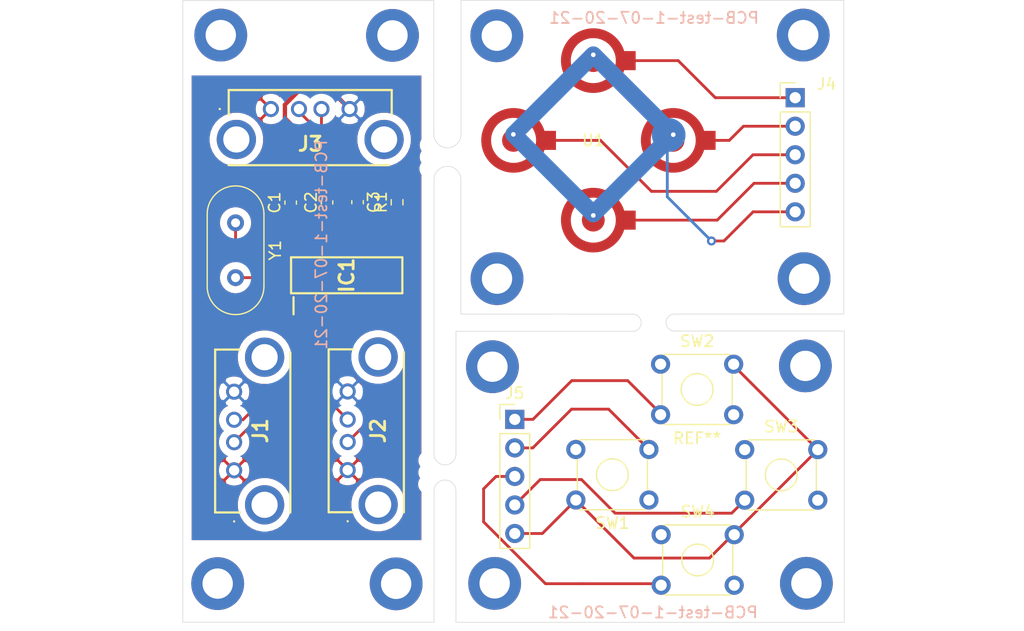
<source format=kicad_pcb>
(kicad_pcb (version 20221018) (generator pcbnew)
  (layers (0 "F.Cu" signal) (31 "B.Cu" signal) (34 "B.Paste" user) (35 "F.Paste" user) (36 "B.SilkS" user "B.Silkscreen") (37 "F.SilkS" user "F.Silkscreen") (38 "B.Mask" user) (39 "F.Mask" user) (44 "Edge.Cuts" user))
  (net 0 "")
  (net 1 "GND")
  (net 2 "/vd18")
  (net 3 "/vd33")
  (net 4 "+5V")
  (net 5 "Net-(IC1-Pad27)")
  (net 6 "Net-(IC1-Pad25)")
  (net 7 "Net-(IC1-Pad24)")
  (net 8 "Net-(IC1-Pad23)")
  (net 9 "Net-(IC1-Pad22)")
  (net 10 "Net-(IC1-Pad19)")
  (net 11 "Net-(IC1-Pad18)")
  (net 12 "Net-(IC1-Pad17)")
  (net 13 "Net-(IC1-Pad16)")
  (net 14 "Net-(IC1-Pad15)")
  (net 15 "Net-(IC1-Pad14)")
  (net 16 "Net-(IC1-Pad11)")
  (net 17 "Net-(IC1-Pad10)")
  (net 18 "Net-(IC1-Pad9)")
  (net 19 "Net-(IC1-Pad8)")
  (net 20 "Net-(IC1-Pad7)")
  (net 21 "Net-(IC1-Pad6)")
  (net 22 "Net-(IC1-Pad5)")
  (net 23 "Net-(IC1-Pad4)")
  (net 24 "Net-(IC1-Pad3)")
  (net 25 "Net-(IC1-Pad2)")
  (net 26 "Net-(J1-PadMH1)")
  (net 27 "Net-(J1-PadMH2)")
  (net 28 "Net-(J2-PadMH1)")
  (net 29 "Net-(J2-PadMH2)")
  (net 30 "Net-(J3-PadMH1)")
  (net 31 "Net-(J3-PadMH2)")
  (net 32 "Net-(J4-Pad5)")
  (net 33 "Net-(J4-Pad4)")
  (net 34 "Net-(J4-Pad3)")
  (net 35 "Net-(J4-Pad2)")
  (net 36 "Net-(J4-Pad1)")
  (net 37 "Net-(J5-Pad5)")
  (net 38 "Net-(J5-Pad4)")
  (net 39 "Net-(J5-Pad3)")
  (net 40 "Net-(J5-Pad2)")
  (net 41 "Net-(J5-Pad1)")
  (net 42 "Net-(SW1-Pad1)")
  (net 43 "Net-(SW1-Pad4)")
  (net 44 "Net-(SW2-Pad4)")
  (net 45 "Net-(SW2-Pad1)")
  (net 46 "Net-(SW3-Pad1)")
  (net 47 "Net-(SW3-Pad4)")
  (net 48 "Net-(SW4-Pad4)")
  (net 49 "Net-(SW4-Pad1)")
  (footprint "Capacitor_SMD:C_0603_1608Metric" (layer "F.Cu") (at 137.7188 94.21084 90)
    (fp_text reference "C1" (at 0 -1.43 90) (layer "F.SilkS"))
    (fp_text value "C")
    (fp_line (start -0.14058 -0.51) (end 0.14058 -0.51) (stroke (width 0.12)) (layer "F.SilkS"))
    (fp_line (start -0.14058 0.51) (end 0.14058 0.51) (stroke (width 0.12)) (layer "F.SilkS"))
    (pad "1" smd roundrect (at -0.775 0 90) (size 0.9 0.95) (layers "F.Cu" "F.Paste" "F.Mask") (net 2 "/vd18"))
    (pad "2" smd roundrect (at 0.775 0 90) (size 0.9 0.95) (layers "F.Cu" "F.Paste" "F.Mask") (net 1 "GND"))
  )
  (footprint "Capacitor_SMD:C_0603_1608Metric" (layer "F.Cu") (at 140.95476 94.1956 90)
    (fp_text reference "C2" (at 0 -1.43 90) (layer "F.SilkS"))
    (fp_text value "C")
    (fp_line (start -0.14058 -0.51) (end 0.14058 -0.51) (stroke (width 0.12)) (layer "F.SilkS"))
    (fp_line (start -0.14058 0.51) (end 0.14058 0.51) (stroke (width 0.12)) (layer "F.SilkS"))
    (pad "1" smd roundrect (at -0.775 0 90) (size 0.9 0.95) (layers "F.Cu" "F.Paste" "F.Mask") (net 3 "/vd33"))
    (pad "2" smd roundrect (at 0.775 0 90) (size 0.9 0.95) (layers "F.Cu" "F.Paste" "F.Mask") (net 1 "GND"))
  )
  (footprint "Capacitor_SMD:C_0603_1608Metric" (layer "F.Cu") (at 143.66748 94.17304 -90)
    (fp_text reference "C3" (at 0 -1.43 90) (layer "F.SilkS"))
    (fp_text value "C")
    (fp_line (start -0.14058 -0.51) (end 0.14058 -0.51) (stroke (width 0.12)) (layer "F.SilkS"))
    (fp_line (start -0.14058 0.51) (end 0.14058 0.51) (stroke (width 0.12)) (layer "F.SilkS"))
    (pad "1" smd roundrect (at -0.775 0 270) (size 0.9 0.95) (layers "F.Cu" "F.Paste" "F.Mask") (net 4 "+5V"))
    (pad "2" smd roundrect (at 0.775 0 270) (size 0.9 0.95) (layers "F.Cu" "F.Paste" "F.Mask") (net 1 "GND"))
  )
  (footprint "FE1.1S:SOP64P600X175-28N" (layer "F.Cu") (at 142.70228 100.68052 90)
    (fp_text reference "IC1" (at 0 0 90) (layer "F.SilkS") (effects (font (size 1.27 1.27) (thickness 0.254))))
    (fp_text value "FE1.1S" hide)
    (fp_line (start -3.475 -4.73) (end -1.95 -4.73) (stroke (width 0.2)) (layer "F.SilkS"))
    (fp_line (start -1.6 -4.95) (end 1.6 -4.95) (stroke (width 0.2)) (layer "F.SilkS"))
    (fp_line (start -1.6 4.95) (end -1.6 -4.95) (stroke (width 0.2)) (layer "F.SilkS"))
    (fp_line (start 1.6 -4.95) (end 1.6 4.95) (stroke (width 0.2)) (layer "F.SilkS"))
    (fp_line (start 1.6 4.95) (end -1.6 4.95) (stroke (width 0.2)) (layer "F.SilkS"))
    (pad "1" smd rect (at -2.712 -4.16 180) (size 0.44 1.525) (layers "F.Cu" "F.Paste" "F.Mask") (net 1 "GND"))
    (pad "2" smd rect (at -2.712 -3.52 180) (size 0.44 1.525) (layers "F.Cu" "F.Paste" "F.Mask") (net 25 "Net-(IC1-Pad2)"))
    (pad "3" smd rect (at -2.712 -2.88 180) (size 0.44 1.525) (layers "F.Cu" "F.Paste" "F.Mask") (net 24 "Net-(IC1-Pad3)"))
    (pad "4" smd rect (at -2.712 -2.24 180) (size 0.44 1.525) (layers "F.Cu" "F.Paste" "F.Mask") (net 23 "Net-(IC1-Pad4)"))
    (pad "5" smd rect (at -2.712 -1.6 180) (size 0.44 1.525) (layers "F.Cu" "F.Paste" "F.Mask") (net 22 "Net-(IC1-Pad5)"))
    (pad "6" smd rect (at -2.712 -0.96 180) (size 0.44 1.525) (layers "F.Cu" "F.Paste" "F.Mask") (net 21 "Net-(IC1-Pad6)"))
    (pad "7" smd rect (at -2.712 -0.32 180) (size 0.44 1.525) (layers "F.Cu" "F.Paste" "F.Mask") (net 20 "Net-(IC1-Pad7)"))
    (pad "8" smd rect (at -2.712 0.32 180) (size 0.44 1.525) (layers "F.Cu" "F.Paste" "F.Mask") (net 19 "Net-(IC1-Pad8)"))
    (pad "9" smd rect (at -2.712 0.96 180) (size 0.44 1.525) (layers "F.Cu" "F.Paste" "F.Mask") (net 18 "Net-(IC1-Pad9)"))
    (pad "10" smd rect (at -2.712 1.6 180) (size 0.44 1.525) (layers "F.Cu" "F.Paste" "F.Mask") (net 17 "Net-(IC1-Pad10)"))
    (pad "11" smd rect (at -2.712 2.24 180) (size 0.44 1.525) (layers "F.Cu" "F.Paste" "F.Mask") (net 16 "Net-(IC1-Pad11)"))
    (pad "12" smd rect (at -2.712 2.88 180) (size 0.44 1.525) (layers "F.Cu" "F.Paste" "F.Mask") (net 2 "/vd18"))
    (pad "13" smd rect (at -2.712 3.52 180) (size 0.44 1.525) (layers "F.Cu" "F.Paste" "F.Mask") (net 3 "/vd33"))
    (pad "14" smd rect (at -2.712 4.16 180) (size 0.44 1.525) (layers "F.Cu" "F.Paste" "F.Mask") (net 15 "Net-(IC1-Pad14)"))
    (pad "15" smd rect (at 2.712 4.16 180) (size 0.44 1.525) (layers "F.Cu" "F.Paste" "F.Mask") (net 14 "Net-(IC1-Pad15)"))
    (pad "16" smd rect (at 2.712 3.52 180) (size 0.44 1.525) (layers "F.Cu" "F.Paste" "F.Mask") (net 13 "Net-(IC1-Pad16)"))
    (pad "17" smd rect (at 2.712 2.88 180) (size 0.44 1.525) (layers "F.Cu" "F.Paste" "F.Mask") (net 12 "Net-(IC1-Pad17)"))
    (pad "18" smd rect (at 2.712 2.24 180) (size 0.44 1.525) (layers "F.Cu" "F.Paste" "F.Mask") (net 11 "Net-(IC1-Pad18)"))
    (pad "19" smd rect (at 2.712 1.6 180) (size 0.44 1.525) (layers "F.Cu" "F.Paste" "F.Mask") (net 10 "Net-(IC1-Pad19)"))
    (pad "20" smd rect (at 2.712 0.96 180) (size 0.44 1.525) (layers "F.Cu" "F.Paste" "F.Mask") (net 4 "+5V"))
    (pad "21" smd rect (at 2.712 0.32 180) (size 0.44 1.525) (layers "F.Cu" "F.Paste" "F.Mask") (net 3 "/vd33"))
    (pad "22" smd rect (at 2.712 -0.32 180) (size 0.44 1.525) (layers "F.Cu" "F.Paste" "F.Mask") (net 9 "Net-(IC1-Pad22)"))
    (pad "23" smd rect (at 2.712 -0.96 180) (size 0.44 1.525) (layers "F.Cu" "F.Paste" "F.Mask") (net 8 "Net-(IC1-Pad23)"))
    (pad "24" smd rect (at 2.712 -1.6 180) (size 0.44 1.525) (layers "F.Cu" "F.Paste" "F.Mask") (net 7 "Net-(IC1-Pad24)"))
    (pad "25" smd rect (at 2.712 -2.24 180) (size 0.44 1.525) (layers "F.Cu" "F.Paste" "F.Mask") (net 6 "Net-(IC1-Pad25)"))
    (pad "26" smd rect (at 2.712 -2.88 180) (size 0.44 1.525) (layers "F.Cu" "F.Paste" "F.Mask") (net 3 "/vd33"))
    (pad "27" smd rect (at 2.712 -3.52 180) (size 0.44 1.525) (layers "F.Cu" "F.Paste" "F.Mask") (net 5 "Net-(IC1-Pad27)"))
    (pad "28" smd rect (at 2.712 -4.16 180) (size 0.44 1.525) (layers "F.Cu" "F.Paste" "F.Mask") (net 2 "/vd18"))
  )
  (footprint "CU01SAV1S00:CU01SAV1S00" (layer "F.Cu") (at 132.6896 118.04396 90)
    (fp_text reference "J1" (at 3.52044 2.3368 90) (layer "F.SilkS") (effects (font (size 1.27 1.27) (thickness 0.254))))
    (fp_text value "CU01SAV1S00" hide)
    (fp_line (start -4.6 0) (end -4.6 0) (stroke (width 0.1)) (layer "F.SilkS"))
    (fp_line (start -4.5 0) (end -4.5 0) (stroke (width 0.1)) (layer "F.SilkS"))
    (fp_line (start -3.75 -1.69) (end -3.75 -1.69) (stroke (width 0.2)) (layer "F.SilkS"))
    (fp_line (start -3.75 -1.69) (end 10.75 -1.69) (stroke (width 0.2)) (layer "F.SilkS"))
    (fp_line (start -3.75 0.5) (end -3.75 -1.69) (stroke (width 0.2)) (layer "F.SilkS"))
    (fp_line (start -3.75 0.5) (end -3.75 0.5) (stroke (width 0.2)) (layer "F.SilkS"))
    (fp_line (start -3.75 0.5) (end -3.75 0.5) (stroke (width 0.2)) (layer "F.SilkS"))
    (fp_line (start -3.75 5) (end 10.5 5) (stroke (width 0.2)) (layer "F.SilkS"))
    (fp_line (start 10.75 -1.69) (end 10.75 0.5) (stroke (width 0.2)) (layer "F.SilkS"))
    (fp_arc (start -4.6 0) (mid -4.55 -0.05) (end -4.5 0) (stroke (width 0.1)) (layer "F.SilkS"))
    (fp_arc (start -4.5 0) (mid -4.55 0.05) (end -4.6 0) (stroke (width 0.1)) (layer "F.SilkS"))
    (pad "1" thru_hole circle (at 0 0 90) (size 1.431 1.431) (drill 0.92) (layers "*.Cu" "*.Mask") (net 1 "GND"))
    (pad "2" thru_hole circle (at 2.5 0 90) (size 1.431 1.431) (drill 0.92) (layers "*.Cu" "*.Mask") (net 22 "Net-(IC1-Pad5)"))
    (pad "3" thru_hole circle (at 4.5 0 90) (size 1.431 1.431) (drill 0.92) (layers "*.Cu" "*.Mask") (net 23 "Net-(IC1-Pad4)"))
    (pad "4" thru_hole circle (at 7 0 90) (size 1.431 1.431) (drill 0.92) (layers "*.Cu" "*.Mask") (net 4 "+5V"))
    (pad "MH1" thru_hole circle (at -3.07 2.71 90) (size 3.495 3.495) (drill 2.33) (layers "*.Cu" "*.Mask") (net 26 "Net-(J1-PadMH1)"))
    (pad "MH2" thru_hole circle (at 10.07 2.71 90) (size 3.495 3.495) (drill 2.33) (layers "*.Cu" "*.Mask") (net 27 "Net-(J1-PadMH2)"))
  )
  (footprint "CU01SAV1S00:CU01SAV1S00" (layer "F.Cu") (at 142.78864 118.02276 90)
    (fp_text reference "J2" (at 3.49924 2.70764 90) (layer "F.SilkS") (effects (font (size 1.27 1.27) (thickness 0.254))))
    (fp_text value "CU01SAV1S00" hide)
    (fp_line (start -4.6 0) (end -4.6 0) (stroke (width 0.1)) (layer "F.SilkS"))
    (fp_line (start -4.5 0) (end -4.5 0) (stroke (width 0.1)) (layer "F.SilkS"))
    (fp_line (start -3.75 -1.69) (end -3.75 -1.69) (stroke (width 0.2)) (layer "F.SilkS"))
    (fp_line (start -3.75 -1.69) (end 10.75 -1.69) (stroke (width 0.2)) (layer "F.SilkS"))
    (fp_line (start -3.75 0.5) (end -3.75 -1.69) (stroke (width 0.2)) (layer "F.SilkS"))
    (fp_line (start -3.75 0.5) (end -3.75 0.5) (stroke (width 0.2)) (layer "F.SilkS"))
    (fp_line (start -3.75 0.5) (end -3.75 0.5) (stroke (width 0.2)) (layer "F.SilkS"))
    (fp_line (start -3.75 5) (end 10.5 5) (stroke (width 0.2)) (layer "F.SilkS"))
    (fp_line (start 10.75 -1.69) (end 10.75 0.5) (stroke (width 0.2)) (layer "F.SilkS"))
    (fp_arc (start -4.6 0) (mid -4.55 -0.05) (end -4.5 0) (stroke (width 0.1)) (layer "F.SilkS"))
    (fp_arc (start -4.5 0) (mid -4.55 0.05) (end -4.6 0) (stroke (width 0.1)) (layer "F.SilkS"))
    (pad "1" thru_hole circle (at 0 0 90) (size 1.431 1.431) (drill 0.92) (layers "*.Cu" "*.Mask") (net 1 "GND"))
    (pad "2" thru_hole circle (at 2.5 0 90) (size 1.431 1.431) (drill 0.92) (layers "*.Cu" "*.Mask") (net 18 "Net-(IC1-Pad9)"))
    (pad "3" thru_hole circle (at 4.5 0 90) (size 1.431 1.431) (drill 0.92) (layers "*.Cu" "*.Mask") (net 19 "Net-(IC1-Pad8)"))
    (pad "4" thru_hole circle (at 7 0 90) (size 1.431 1.431) (drill 0.92) (layers "*.Cu" "*.Mask") (net 4 "+5V"))
    (pad "MH1" thru_hole circle (at -3.07 2.71 90) (size 3.495 3.495) (drill 2.33) (layers "*.Cu" "*.Mask") (net 28 "Net-(J2-PadMH1)"))
    (pad "MH2" thru_hole circle (at 10.07 2.71 90) (size 3.495 3.495) (drill 2.33) (layers "*.Cu" "*.Mask") (net 29 "Net-(J2-PadMH2)"))
  )
  (footprint "CU01SAV1S00:CU01SAV1S00" (layer "F.Cu") (at 135.95772 85.88012)
    (fp_text reference "J3" (at 3.51368 3.11132) (layer "F.SilkS") (effects (font (size 1.27 1.27) (thickness 0.254))))
    (fp_text value "CU01SAV1S00" hide)
    (fp_line (start -4.6 0) (end -4.6 0) (stroke (width 0.1)) (layer "F.SilkS"))
    (fp_line (start -4.5 0) (end -4.5 0) (stroke (width 0.1)) (layer "F.SilkS"))
    (fp_line (start -3.75 -1.69) (end -3.75 -1.69) (stroke (width 0.2)) (layer "F.SilkS"))
    (fp_line (start -3.75 -1.69) (end 10.75 -1.69) (stroke (width 0.2)) (layer "F.SilkS"))
    (fp_line (start -3.75 0.5) (end -3.75 -1.69) (stroke (width 0.2)) (layer "F.SilkS"))
    (fp_line (start -3.75 0.5) (end -3.75 0.5) (stroke (width 0.2)) (layer "F.SilkS"))
    (fp_line (start -3.75 0.5) (end -3.75 0.5) (stroke (width 0.2)) (layer "F.SilkS"))
    (fp_line (start -3.75 5) (end 10.5 5) (stroke (width 0.2)) (layer "F.SilkS"))
    (fp_line (start 10.75 -1.69) (end 10.75 0.5) (stroke (width 0.2)) (layer "F.SilkS"))
    (fp_arc (start -4.6 0) (mid -4.55 -0.05) (end -4.5 0) (stroke (width 0.1)) (layer "F.SilkS"))
    (fp_arc (start -4.5 0) (mid -4.55 0.05) (end -4.6 0) (stroke (width 0.1)) (layer "F.SilkS"))
    (pad "1" thru_hole circle (at 0 0) (size 1.431 1.431) (drill 0.92) (layers "*.Cu" "*.Mask") (net 1 "GND"))
    (pad "2" thru_hole circle (at 2.5 0) (size 1.431 1.431) (drill 0.92) (layers "*.Cu" "*.Mask") (net 13 "Net-(IC1-Pad16)"))
    (pad "3" thru_hole circle (at 4.5 0) (size 1.431 1.431) (drill 0.92) (layers "*.Cu" "*.Mask") (net 14 "Net-(IC1-Pad15)"))
    (pad "4" thru_hole circle (at 7 0) (size 1.431 1.431) (drill 0.92) (layers "*.Cu" "*.Mask") (net 4 "+5V"))
    (pad "MH1" thru_hole circle (at -3.07 2.71) (size 3.495 3.495) (drill 2.33) (layers "*.Cu" "*.Mask") (net 30 "Net-(J3-PadMH1)"))
    (pad "MH2" thru_hole circle (at 10.07 2.71) (size 3.495 3.495) (drill 2.33) (layers "*.Cu" "*.Mask") (net 31 "Net-(J3-PadMH2)"))
  )
  (footprint "Resistor_SMD:R_0603_1608Metric" (layer "F.Cu") (at 147.18284 94.18116 90)
    (fp_text reference "R1" (at 0 -1.43 90) (layer "F.SilkS"))
    (fp_text value "R_US")
    (fp_line (start -0.237258 -0.5225) (end 0.237258 -0.5225) (stroke (width 0.12)) (layer "F.SilkS"))
    (fp_line (start -0.237258 0.5225) (end 0.237258 0.5225) (stroke (width 0.12)) (layer "F.SilkS"))
    (pad "1" smd roundrect (at -0.825 0 90) (size 0.8 0.95) (layers "F.Cu" "F.Paste" "F.Mask") (net 15 "Net-(IC1-Pad14)"))
    (pad "2" smd roundrect (at 0.825 0 90) (size 0.8 0.95) (layers "F.Cu" "F.Paste" "F.Mask") (net 1 "GND"))
  )
  (footprint "Crystal:Crystal_HC49-4H_Vertical" (layer "F.Cu") (at 132.8166 96.012 -90)
    (fp_text reference "Y1" (at 2.44 -3.525 90) (layer "F.SilkS"))
    (fp_text value "Crystal")
    (fp_line (start -0.76 -2.525) (end 5.64 -2.525) (stroke (width 0.12)) (layer "F.SilkS"))
    (fp_line (start -0.76 2.525) (end 5.64 2.525) (stroke (width 0.12)) (layer "F.SilkS"))
    (fp_arc (start -0.76 2.525) (mid -3.285 0) (end -0.76 -2.525) (stroke (width 0.12)) (layer "F.SilkS"))
    (fp_arc (start 5.64 -2.525) (mid 8.165 0) (end 5.64 2.525) (stroke (width 0.12)) (layer "F.SilkS"))
    (pad "1" thru_hole circle (at 0 0 270) (size 1.5 1.5) (drill 0.8) (layers "*.Cu" "*.Mask") (net 24 "Net-(IC1-Pad3)"))
    (pad "2" thru_hole circle (at 4.88 0 270) (size 1.5 1.5) (drill 0.8) (layers "*.Cu" "*.Mask") (net 25 "Net-(IC1-Pad2)"))
  )
  (footprint "Connector_PinHeader_2.54mm:PinHeader_1x05_P2.54mm_Vertical" (layer "F.Cu") (at 182.59552 84.87156)
    (fp_text reference "J4" (at 2.79908 -1.21412) (layer "F.SilkS"))
    (fp_text value "Conn_01x05")
    (fp_line (start -1.33 -1.33) (end 0 -1.33) (stroke (width 0.12)) (layer "F.SilkS"))
    (fp_line (start -1.33 0) (end -1.33 -1.33) (stroke (width 0.12)) (layer "F.SilkS"))
    (fp_line (start -1.33 1.27) (end -1.33 11.49) (stroke (width 0.12)) (layer "F.SilkS"))
    (fp_line (start -1.33 1.27) (end 1.33 1.27) (stroke (width 0.12)) (layer "F.SilkS"))
    (fp_line (start -1.33 11.49) (end 1.33 11.49) (stroke (width 0.12)) (layer "F.SilkS"))
    (fp_line (start 1.33 1.27) (end 1.33 11.49) (stroke (width 0.12)) (layer "F.SilkS"))
    (pad "1" thru_hole rect (at 0 0) (size 1.7 1.7) (drill 1) (layers "*.Cu" "*.Mask") (net 36 "Net-(J4-Pad1)"))
    (pad "2" thru_hole oval (at 0 2.54) (size 1.7 1.7) (drill 1) (layers "*.Cu" "*.Mask") (net 35 "Net-(J4-Pad2)"))
    (pad "3" thru_hole oval (at 0 5.08) (size 1.7 1.7) (drill 1) (layers "*.Cu" "*.Mask") (net 34 "Net-(J4-Pad3)"))
    (pad "4" thru_hole oval (at 0 7.62) (size 1.7 1.7) (drill 1) (layers "*.Cu" "*.Mask") (net 33 "Net-(J4-Pad4)"))
    (pad "5" thru_hole oval (at 0 10.16) (size 1.7 1.7) (drill 1) (layers "*.Cu" "*.Mask") (net 32 "Net-(J4-Pad5)"))
  )
  (footprint "Connector_PinHeader_2.54mm:PinHeader_1x05_P2.54mm_Vertical" (layer "F.Cu") (at 157.65272 113.50752)
    (fp_text reference "J5" (at 0 -2.33) (layer "F.SilkS"))
    (fp_text value "Conn_01x05")
    (fp_line (start -1.33 -1.33) (end 0 -1.33) (stroke (width 0.12)) (layer "F.SilkS"))
    (fp_line (start -1.33 0) (end -1.33 -1.33) (stroke (width 0.12)) (layer "F.SilkS"))
    (fp_line (start -1.33 1.27) (end -1.33 11.49) (stroke (width 0.12)) (layer "F.SilkS"))
    (fp_line (start -1.33 1.27) (end 1.33 1.27) (stroke (width 0.12)) (layer "F.SilkS"))
    (fp_line (start -1.33 11.49) (end 1.33 11.49) (stroke (width 0.12)) (layer "F.SilkS"))
    (fp_line (start 1.33 1.27) (end 1.33 11.49) (stroke (width 0.12)) (layer "F.SilkS"))
    (pad "1" thru_hole rect (at 0 0) (size 1.7 1.7) (drill 1) (layers "*.Cu" "*.Mask") (net 41 "Net-(J5-Pad1)"))
    (pad "2" thru_hole oval (at 0 2.54) (size 1.7 1.7) (drill 1) (layers "*.Cu" "*.Mask") (net 40 "Net-(J5-Pad2)"))
    (pad "3" thru_hole oval (at 0 5.08) (size 1.7 1.7) (drill 1) (layers "*.Cu" "*.Mask") (net 39 "Net-(J5-Pad3)"))
    (pad "4" thru_hole oval (at 0 7.62) (size 1.7 1.7) (drill 1) (layers "*.Cu" "*.Mask") (net 38 "Net-(J5-Pad4)"))
    (pad "5" thru_hole oval (at 0 10.16) (size 1.7 1.7) (drill 1) (layers "*.Cu" "*.Mask") (net 37 "Net-(J5-Pad5)"))
  )
  (footprint "Button_Switch_THT:SW_TH_Tactile_Omron_B3F-10xx" (layer "F.Cu") (at 169.58564 120.68556 180)
    (fp_text reference "SW1" (at 3.25 -2.05) (layer "F.SilkS"))
    (fp_text value "SW_MEC_5G")
    (fp_line (start 0.13 3.59) (end 0.13 0.91) (stroke (width 0.12)) (layer "F.SilkS"))
    (fp_line (start 0.28 -0.87) (end 6.22 -0.87) (stroke (width 0.12)) (layer "F.SilkS"))
    (fp_line (start 0.28 5.37) (end 6.22 5.37) (stroke (width 0.12)) (layer "F.SilkS"))
    (fp_line (start 6.37 0.91) (end 6.37 3.59) (stroke (width 0.12)) (layer "F.SilkS"))
    (fp_circle (center 3.25 2.25) (end 4.25 3.25) (stroke (width 0.12)) (fill none) (layer "F.SilkS"))
    (pad "1" thru_hole circle (at 0 0 180) (size 1.7 1.7) (drill 1) (layers "*.Cu" "*.Mask") (net 42 "Net-(SW1-Pad1)"))
    (pad "2" thru_hole circle (at 6.5 0 180) (size 1.7 1.7) (drill 1) (layers "*.Cu" "*.Mask") (net 37 "Net-(J5-Pad5)"))
    (pad "3" thru_hole circle (at 0 4.5 180) (size 1.7 1.7) (drill 1) (layers "*.Cu" "*.Mask") (net 40 "Net-(J5-Pad2)"))
    (pad "4" thru_hole circle (at 6.5 4.5 180) (size 1.7 1.7) (drill 1) (layers "*.Cu" "*.Mask") (net 43 "Net-(SW1-Pad4)"))
  )
  (footprint "Button_Switch_THT:SW_TH_Tactile_Omron_B3F-10xx" (layer "F.Cu") (at 170.62196 108.59516)
    (fp_text reference "SW2" (at 3.25 -2.05) (layer "F.SilkS"))
    (fp_text value "SW_MEC_5G")
    (fp_line (start 0.13 3.59) (end 0.13 0.91) (stroke (width 0.12)) (layer "F.SilkS"))
    (fp_line (start 0.28 -0.87) (end 6.22 -0.87) (stroke (width 0.12)) (layer "F.SilkS"))
    (fp_line (start 0.28 5.37) (end 6.22 5.37) (stroke (width 0.12)) (layer "F.SilkS"))
    (fp_line (start 6.37 0.91) (end 6.37 3.59) (stroke (width 0.12)) (layer "F.SilkS"))
    (fp_circle (center 3.25 2.25) (end 4.25 3.25) (stroke (width 0.12)) (fill none) (layer "F.SilkS"))
    (pad "1" thru_hole circle (at 0 0) (size 1.7 1.7) (drill 1) (layers "*.Cu" "*.Mask") (net 45 "Net-(SW2-Pad1)"))
    (pad "2" thru_hole circle (at 6.5 0) (size 1.7 1.7) (drill 1) (layers "*.Cu" "*.Mask") (net 37 "Net-(J5-Pad5)"))
    (pad "3" thru_hole circle (at 0 4.5) (size 1.7 1.7) (drill 1) (layers "*.Cu" "*.Mask") (net 41 "Net-(J5-Pad1)"))
    (pad "4" thru_hole circle (at 6.5 4.5) (size 1.7 1.7) (drill 1) (layers "*.Cu" "*.Mask") (net 44 "Net-(SW2-Pad4)"))
  )
  (footprint "Button_Switch_THT:SW_TH_Tactile_Omron_B3F-10xx" (layer "F.Cu") (at 178.1048 116.19992)
    (fp_text reference "SW3" (at 3.25 -2.05) (layer "F.SilkS"))
    (fp_text value "SW_MEC_5G")
    (fp_line (start 0.13 3.59) (end 0.13 0.91) (stroke (width 0.12)) (layer "F.SilkS"))
    (fp_line (start 0.28 -0.87) (end 6.22 -0.87) (stroke (width 0.12)) (layer "F.SilkS"))
    (fp_line (start 0.28 5.37) (end 6.22 5.37) (stroke (width 0.12)) (layer "F.SilkS"))
    (fp_line (start 6.37 0.91) (end 6.37 3.59) (stroke (width 0.12)) (layer "F.SilkS"))
    (fp_circle (center 3.25 2.25) (end 4.25 3.25) (stroke (width 0.12)) (fill none) (layer "F.SilkS"))
    (pad "1" thru_hole circle (at 0 0) (size 1.7 1.7) (drill 1) (layers "*.Cu" "*.Mask") (net 46 "Net-(SW3-Pad1)"))
    (pad "2" thru_hole circle (at 6.5 0) (size 1.7 1.7) (drill 1) (layers "*.Cu" "*.Mask") (net 37 "Net-(J5-Pad5)"))
    (pad "3" thru_hole circle (at 0 4.5) (size 1.7 1.7) (drill 1) (layers "*.Cu" "*.Mask") (net 38 "Net-(J5-Pad4)"))
    (pad "4" thru_hole circle (at 6.5 4.5) (size 1.7 1.7) (drill 1) (layers "*.Cu" "*.Mask") (net 47 "Net-(SW3-Pad4)"))
  )
  (footprint "Button_Switch_THT:SW_TH_Tactile_Omron_B3F-10xx" (layer "F.Cu") (at 170.67276 123.7742)
    (fp_text reference "SW4" (at 3.25 -2.05) (layer "F.SilkS"))
    (fp_text value "SW_MEC_5G")
    (fp_line (start 0.13 3.59) (end 0.13 0.91) (stroke (width 0.12)) (layer "F.SilkS"))
    (fp_line (start 0.28 -0.87) (end 6.22 -0.87) (stroke (width 0.12)) (layer "F.SilkS"))
    (fp_line (start 0.28 5.37) (end 6.22 5.37) (stroke (width 0.12)) (layer "F.SilkS"))
    (fp_line (start 6.37 0.91) (end 6.37 3.59) (stroke (width 0.12)) (layer "F.SilkS"))
    (fp_circle (center 3.25 2.25) (end 4.25 3.25) (stroke (width 0.12)) (fill none) (layer "F.SilkS"))
    (pad "1" thru_hole circle (at 0 0) (size 1.7 1.7) (drill 1) (layers "*.Cu" "*.Mask") (net 49 "Net-(SW4-Pad1)"))
    (pad "2" thru_hole circle (at 6.5 0) (size 1.7 1.7) (drill 1) (layers "*.Cu" "*.Mask") (net 37 "Net-(J5-Pad5)"))
    (pad "3" thru_hole circle (at 0 4.5) (size 1.7 1.7) (drill 1) (layers "*.Cu" "*.Mask") (net 39 "Net-(J5-Pad3)"))
    (pad "4" thru_hole circle (at 6.5 4.5) (size 1.7 1.7) (drill 1) (layers "*.Cu" "*.Mask") (net 48 "Net-(SW4-Pad4)"))
  )
  (footprint "dpad:3ds_dpad_cross" (layer "F.Cu") (at 164.63772 88.6714)
    (fp_text reference "U1" (at 0 0) (layer "F.SilkS"))
    (fp_text value "dpad-cross-trace")
    (pad "" thru_hole circle (at -7.112 -0.5334) (size 0.41 0.41) (drill 0.41) (layers "*.Cu") (net 32 "Net-(J4-Pad5)"))
    (pad "" thru_hole circle (at 0 -7.62) (size 0.41 0.41) (drill 0.41) (layers "*.Cu") (net 32 "Net-(J4-Pad5)"))
    (pad "" thru_hole circle (at 0 6.6802) (size 0.41 0.41) (drill 0.41) (layers "*.Cu") (net 32 "Net-(J4-Pad5)"))
    (pad "" smd custom (at 6.7056 -0.4826) (size 3 3) (layers "B.Cu") (net 32 "Net-(J4-Pad5)") (options (clearance outline) (anchor circle)) (primitives (gr_line (start -6.7056 7.0358) (end 0.0762 0.254) (width 1.5)) (gr_line (start -6.7056 -7.1374) (end -13.7922 -0.0508) (width 1.5)) (gr_line (start -6.7056 -7.1374) (end 0.0762 -0.3556) (width 1.5)) (gr_line (start -13.7922 -0.0508) (end -6.7056 7.0358) (width 1.5))))
    (pad "" thru_hole circle (at 7.112 -0.508) (size 0.41 0.41) (drill 0.41) (layers "*.Cu") (net 32 "Net-(J4-Pad5)"))
    (pad "1" smd custom (at 2.921 -7.1) (size 1.7 1.7) (layers "F.Cu") (net 36 "Net-(J4-Pad1)") (options (clearance outline) (anchor rect)) (primitives (gr_circle (center -2.921 0) (end -0.481 0) (width 0.88) (fill none))))
    (pad "2" smd custom (at 10.03 0) (size 1.7 1.7) (layers "F.Cu") (net 35 "Net-(J4-Pad2)") (options (clearance outline) (anchor rect)) (primitives (gr_circle (center -2.921 0) (end -0.481 0) (width 0.88) (fill none))))
    (pad "3" smd custom (at -4.17 0) (size 1.7 1.7) (layers "F.Cu") (net 34 "Net-(J4-Pad3)") (options (clearance outline) (anchor rect)) (primitives (gr_circle (center -2.921 0) (end -0.481 0) (width 0.88) (fill none))))
    (pad "4" smd custom (at 2.921 7.1) (size 1.7 1.7) (layers "F.Cu") (net 33 "Net-(J4-Pad4)") (options (clearance outline) (anchor rect)) (primitives (gr_circle (center -2.921 0) (end -0.481 0) (width 0.88) (fill none))))
    (pad "5" smd circle (at -7.1 0) (size 2.03 2.03) (layers "F.Cu") (net 32 "Net-(J4-Pad5)"))
    (pad "5" smd circle (at 0 -7.1) (size 2.03 2.03) (layers "F.Cu") (net 32 "Net-(J4-Pad5)"))
    (pad "5" smd circle (at 0 7.1) (size 2.03 2.03) (layers "F.Cu") (net 32 "Net-(J4-Pad5)"))
    (pad "5" smd circle (at 7.1 0) (size 2.03 2.03) (layers "F.Cu") (net 32 "Net-(J4-Pad5)"))
  )
  (footprint "MountingHole:MountingHole_2.7mm_M2.5_DIN965_Pad_TopBottom" (layer "F.Cu") (at 131.22656 128.12776)
    (fp_text reference "REF**" hide)
    (fp_text value "MountingHole_2.7mm_M2.5_DIN965_Pad_TopBottom")
    (pad "1" thru_hole circle (at 0 0) (size 3.1 3.1) (drill 2.7) (layers "*.Cu" "*.Mask"))
    (pad "1" connect circle (at 0 0) (size 4.7 4.7) (layers "F.Cu" "F.Mask"))
    (pad "1" connect circle (at 0 0) (size 4.7 4.7) (layers "B.Cu" "B.Mask"))
  )
  (footprint "MountingHole:MountingHole_2.7mm_M2.5_DIN965_Pad_TopBottom" (layer "F.Cu") (at 146.77644 79.3242)
    (fp_text reference "REF**" hide)
    (fp_text value "MountingHole_2.7mm_M2.5_DIN965_Pad_TopBottom")
    (pad "1" thru_hole circle (at 0 0) (size 3.1 3.1) (drill 2.7) (layers "*.Cu" "*.Mask"))
    (pad "1" connect circle (at 0 0) (size 4.7 4.7) (layers "F.Cu" "F.Mask"))
    (pad "1" connect circle (at 0 0) (size 4.7 4.7) (layers "B.Cu" "B.Mask"))
  )
  (footprint "MountingHole:MountingHole_2.7mm_M2.5_DIN965_Pad_TopBottom" (layer "F.Cu") (at 131.50088 79.2988)
    (fp_text reference "REF**" hide)
    (fp_text value "MountingHole_2.7mm_M2.5_DIN965_Pad_TopBottom")
    (pad "1" thru_hole circle (at 0 0) (size 3.1 3.1) (drill 2.7) (layers "*.Cu" "*.Mask"))
    (pad "1" connect circle (at 0 0) (size 4.7 4.7) (layers "F.Cu" "F.Mask"))
    (pad "1" connect circle (at 0 0) (size 4.7 4.7) (layers "B.Cu" "B.Mask"))
  )
  (footprint "MountingHole:MountingHole_2.1mm" (layer "F.Cu") (at 173.86808 118.3894)
    (fp_text reference "REF**" (at 0 -3.2) (layer "F.SilkS"))
    (fp_text value "MountingHole_2.1mm")
    (pad "" np_thru_hole circle (at 0 0) (size 2.1 2.1) (drill 2.1) (layers "*.Cu" "*.Mask"))
  )
  (footprint "FE1.1S:mouse-bite" (layer "F.Cu") (at 153.23312 90.16492 90)
    (fp_text reference "REF**" hide)
    (fp_text value "mouse-bite" hide)
    (pad "" np_thru_hole circle (at -1.0414 -0.0254 90) (size 0.5 0.5) (drill 0.5) (layers "*.Cu" "*.Mask"))
    (pad "" np_thru_hole circle (at 0 0 90) (size 0.5 0.5) (drill 0.5) (layers "*.Cu" "*.Mask"))
    (pad "" np_thru_hole circle (at 1.0668 0 90) (size 0.5 0.5) (drill 0.5) (layers "*.Cu" "*.Mask"))
  )
  (footprint "FE1.1S:mouse-bite" (layer "F.Cu") (at 150.07844 90.15476 90)
    (fp_text reference "REF**" hide)
    (fp_text value "mouse-bite" hide)
    (pad "" np_thru_hole circle (at -1.0414 -0.0254 90) (size 0.5 0.5) (drill 0.5) (layers "*.Cu" "*.Mask"))
    (pad "" np_thru_hole circle (at 0 0 90) (size 0.5 0.5) (drill 0.5) (layers "*.Cu" "*.Mask"))
    (pad "" np_thru_hole circle (at 1.0668 0 90) (size 0.5 0.5) (drill 0.5) (layers "*.Cu" "*.Mask"))
  )
  (footprint "FE1.1S:mouse-bite" (layer "F.Cu") (at 152.94356 118.22684 90)
    (fp_text reference "REF**" hide)
    (fp_text value "mouse-bite" hide)
    (pad "" np_thru_hole circle (at -1.0414 -0.0254 90) (size 0.5 0.5) (drill 0.5) (layers "*.Cu" "*.Mask"))
    (pad "" np_thru_hole circle (at 0 0 90) (size 0.5 0.5) (drill 0.5) (layers "*.Cu" "*.Mask"))
    (pad "" np_thru_hole circle (at 1.0668 0 90) (size 0.5 0.5) (drill 0.5) (layers "*.Cu" "*.Mask"))
  )
  (footprint "FE1.1S:mouse-bite" (layer "F.Cu") (at 149.9616 118.237 90)
    (fp_text reference "REF**" hide)
    (fp_text value "mouse-bite" hide)
    (pad "" np_thru_hole circle (at -1.0414 -0.0254 90) (size 0.5 0.5) (drill 0.5) (layers "*.Cu" "*.Mask"))
    (pad "" np_thru_hole circle (at 0 0 90) (size 0.5 0.5) (drill 0.5) (layers "*.Cu" "*.Mask"))
    (pad "" np_thru_hole circle (at 1.0668 0 90) (size 0.5 0.5) (drill 0.5) (layers "*.Cu" "*.Mask"))
  )
  (footprint "FE1.1S:mouse-bite" (layer "F.Cu") (at 169.96664 103.73868)
    (fp_text reference "REF**" hide)
    (fp_text value "mouse-bite" hide)
    (pad "" np_thru_hole circle (at -1.0414 -0.0254) (size 0.5 0.5) (drill 0.5) (layers "*.Cu" "*.Mask"))
    (pad "" np_thru_hole circle (at 0 0) (size 0.5 0.5) (drill 0.5) (layers "*.Cu" "*.Mask"))
    (pad "" np_thru_hole circle (at 1.0668 0) (size 0.5 0.5) (drill 0.5) (layers "*.Cu" "*.Mask"))
  )
  (footprint "FE1.1S:mouse-bite" (layer "F.Cu") (at 170.00728 106.10596)
    (fp_text reference "REF**" hide)
    (fp_text value "mouse-bite" hide)
    (pad "" np_thru_hole circle (at -1.0414 -0.0254) (size 0.5 0.5) (drill 0.5) (layers "*.Cu" "*.Mask"))
    (pad "" np_thru_hole circle (at 0 0) (size 0.5 0.5) (drill 0.5) (layers "*.Cu" "*.Mask"))
    (pad "" np_thru_hole circle (at 1.0668 0) (size 0.5 0.5) (drill 0.5) (layers "*.Cu" "*.Mask"))
  )
  (footprint "MountingHole:MountingHole_2.7mm_M2.5_DIN965_Pad_TopBottom" (layer "F.Cu") (at 156.05252 79.35468)
    (fp_text reference "REF**" hide)
    (fp_text value "MountingHole_2.7mm_M2.5_DIN965_Pad_TopBottom")
    (pad "1" thru_hole circle (at 0 0) (size 3.1 3.1) (drill 2.7) (layers "*.Cu" "*.Mask"))
    (pad "1" connect circle (at 0 0) (size 4.7 4.7) (layers "F.Cu" "F.Mask"))
    (pad "1" connect circle (at 0 0) (size 4.7 4.7) (layers "B.Cu" "B.Mask"))
  )
  (footprint "MountingHole:MountingHole_2.7mm_M2.5_DIN965_Pad_TopBottom" (layer "F.Cu") (at 155.66644 108.81868)
    (fp_text reference "REF**" hide)
    (fp_text value "MountingHole_2.7mm_M2.5_DIN965_Pad_TopBottom")
    (pad "1" thru_hole circle (at 0 0) (size 3.1 3.1) (drill 2.7) (layers "*.Cu" "*.Mask"))
    (pad "1" connect circle (at 0 0) (size 4.7 4.7) (layers "F.Cu" "F.Mask"))
    (pad "1" connect circle (at 0 0) (size 4.7 4.7) (layers "B.Cu" "B.Mask"))
  )
  (footprint "MountingHole:MountingHole_2.7mm_M2.5_DIN965_Pad_TopBottom" (layer "F.Cu") (at 183.5912 128.10236)
    (fp_text reference "REF**" hide)
    (fp_text value "MountingHole_2.7mm_M2.5_DIN965_Pad_TopBottom")
    (pad "1" thru_hole circle (at 0 0) (size 3.1 3.1) (drill 2.7) (layers "*.Cu" "*.Mask"))
    (pad "1" connect circle (at 0 0) (size 4.7 4.7) (layers "F.Cu" "F.Mask"))
    (pad "1" connect circle (at 0 0) (size 4.7 4.7) (layers "B.Cu" "B.Mask"))
  )
  (footprint "MountingHole:MountingHole_2.7mm_M2.5_DIN965_Pad_TopBottom" (layer "F.Cu") (at 147.10156 128.14808)
    (fp_text reference "REF**" hide)
    (fp_text value "MountingHole_2.7mm_M2.5_DIN965_Pad_TopBottom")
    (pad "1" thru_hole circle (at 0 0) (size 3.1 3.1) (drill 2.7) (layers "*.Cu" "*.Mask"))
    (pad "1" connect circle (at 0 0) (size 4.7 4.7) (layers "F.Cu" "F.Mask"))
    (pad "1" connect circle (at 0 0) (size 4.7 4.7) (layers "B.Cu" "B.Mask"))
  )
  (footprint "MountingHole:MountingHole_2.7mm_M2.5_DIN965_Pad_TopBottom" (layer "F.Cu") (at 183.3118 79.2988)
    (fp_text reference "REF**" hide)
    (fp_text value "MountingHole_2.7mm_M2.5_DIN965_Pad_TopBottom")
    (pad "1" thru_hole circle (at 0 0) (size 3.1 3.1) (drill 2.7) (layers "*.Cu" "*.Mask"))
    (pad "1" connect circle (at 0 0) (size 4.7 4.7) (layers "F.Cu" "F.Mask"))
    (pad "1" connect circle (at 0 0) (size 4.7 4.7) (layers "B.Cu" "B.Mask"))
  )
  (footprint "MountingHole:MountingHole_2.7mm_M2.5_DIN965_Pad_TopBottom" (layer "F.Cu") (at 156.07284 100.98024)
    (fp_text reference "REF**" hide)
    (fp_text value "MountingHole_2.7mm_M2.5_DIN965_Pad_TopBottom")
    (pad "1" thru_hole circle (at 0 0) (size 3.1 3.1) (drill 2.7) (layers "*.Cu" "*.Mask"))
    (pad "1" connect circle (at 0 0) (size 4.7 4.7) (layers "F.Cu" "F.Mask"))
    (pad "1" connect circle (at 0 0) (size 4.7 4.7) (layers "B.Cu" "B.Mask"))
  )
  (footprint "MountingHole:MountingHole_2.7mm_M2.5_DIN965_Pad_TopBottom" (layer "F.Cu") (at 155.86456 128.10744)
    (fp_text reference "REF**" hide)
    (fp_text value "MountingHole_2.7mm_M2.5_DIN965_Pad_TopBottom")
    (pad "1" thru_hole circle (at 0 0) (size 3.1 3.1) (drill 2.7) (layers "*.Cu" "*.Mask"))
    (pad "1" connect circle (at 0 0) (size 4.7 4.7) (layers "F.Cu" "F.Mask"))
    (pad "1" connect circle (at 0 0) (size 4.7 4.7) (layers "B.Cu" "B.Mask"))
  )
  (footprint "MountingHole:MountingHole_2.7mm_M2.5_DIN965_Pad_TopBottom" (layer "F.Cu") (at 183.49976 108.74756)
    (fp_text reference "REF**" hide)
    (fp_text value "MountingHole_2.7mm_M2.5_DIN965_Pad_TopBottom")
    (pad "1" thru_hole circle (at 0 0) (size 3.1 3.1) (drill 2.7) (layers "*.Cu" "*.Mask"))
    (pad "1" connect circle (at 0 0) (size 4.7 4.7) (layers "F.Cu" "F.Mask"))
    (pad "1" connect circle (at 0 0) (size 4.7 4.7) (layers "B.Cu" "B.Mask"))
  )
  (footprint "MountingHole:MountingHole_2.7mm_M2.5_DIN965_Pad_TopBottom" (layer "F.Cu") (at 183.388 100.98024)
    (fp_text reference "REF**" hide)
    (fp_text value "MountingHole_2.7mm_M2.5_DIN965_Pad_TopBottom")
    (pad "1" thru_hole circle (at 0 0) (size 3.1 3.1) (drill 2.7) (layers "*.Cu" "*.Mask"))
    (pad "1" connect circle (at 0 0) (size 4.7 4.7) (layers "F.Cu" "F.Mask"))
    (pad "1" connect circle (at 0 0) (size 4.7 4.7) (layers "B.Cu" "B.Mask"))
  )
  (gr_line (start 131.58724 76.23048) (end 146.97964 76.23048) (stroke (width 0.05)) (layer "Edge.Cuts"))
  (gr_line (start 128.12268 131.56184) (end 150.4696 131.56184) (stroke (width 0.05)) (layer "Edge.Cuts"))
  (gr_line (start 150.45436 76.23048) (end 150.45436 88.09228) (stroke (width 0.05)) (layer "Edge.Cuts"))
  (gr_arc (start 150.469519 92.182787) (mid 151.667927 90.982712) (end 152.8572 92.19184) (stroke (width 0.05)) (layer "Edge.Cuts"))
  (gr_line (start 152.86736 76.2) (end 152.872781 88.112598) (stroke (width 0.05)) (layer "Edge.Cuts"))
  (gr_line (start 128.12268 76.23048) (end 128.12268 131.56184) (stroke (width 0.05)) (layer "Edge.Cuts"))
  (gr_arc (start 150.46999 119.917399) (mid 151.435339 118.912634) (end 152.42032 119.89816) (stroke (width 0.05)) (layer "Edge.Cuts"))
  (gr_arc (start 171.861481 105.643748) (mid 171.104509 104.88168) (end 171.87164 104.12984) (stroke (width 0.05)) (layer "Edge.Cuts"))
  (gr_line (start 131.58724 76.23048) (end 128.12268 76.23048) (stroke (width 0.05)) (layer "Edge.Cuts"))
  (gr_arc (start 152.872781 88.112599) (mid 151.653239 89.332141) (end 150.45436 88.09228) (stroke (width 0.05)) (layer "Edge.Cuts"))
  (gr_line (start 152.42032 119.89816) (end 152.42032 131.572) (stroke (width 0.05)) (layer "Edge.Cuts"))
  (gr_line (start 152.42032 116.586) (end 152.42032 105.67416) (stroke (width 0.05)) (layer "Edge.Cuts"))
  (gr_line (start 186.91352 104.12984) (end 186.91352 76.2) (stroke (width 0.05)) (layer "Edge.Cuts"))
  (gr_line (start 186.91352 76.2) (end 152.86736 76.2) (stroke (width 0.05)) (layer "Edge.Cuts"))
  (gr_arc (start 152.42061 116.586002) (mid 151.445104 117.557122) (end 150.4696 116.586) (stroke (width 0.05)) (layer "Edge.Cuts"))
  (gr_line (start 150.469519 92.182787) (end 150.4696 116.586) (stroke (width 0.05)) (layer "Edge.Cuts"))
  (gr_line (start 171.87164 104.12984) (end 186.91352 104.12984) (stroke (width 0.05)) (layer "Edge.Cuts"))
  (gr_line (start 168.127714 104.139949) (end 152.8572 104.13492) (stroke (width 0.05)) (layer "Edge.Cuts"))
  (gr_line (start 186.95924 131.572) (end 186.95924 105.64368) (stroke (width 0.05)) (layer "Edge.Cuts"))
  (gr_line (start 150.4696 131.56184) (end 150.46999 119.917399) (stroke (width 0.05)) (layer "Edge.Cuts"))
  (gr_line (start 186.95924 105.64368) (end 171.861481 105.643748) (stroke (width 0.05)) (layer "Edge.Cuts"))
  (gr_line (start 152.8572 104.13492) (end 152.8572 92.19184) (stroke (width 0.05)) (layer "Edge.Cuts"))
  (gr_line (start 146.97964 76.23048) (end 150.45436 76.23048) (stroke (width 0.05)) (layer "Edge.Cuts"))
  (gr_arc (start 168.127714 104.139949) (mid 168.89987 104.899477) (end 168.14292 105.67416) (stroke (width 0.05)) (layer "Edge.Cuts"))
  (gr_line (start 152.42032 105.67416) (end 168.14292 105.67416) (stroke (width 0.05)) (layer "Edge.Cuts"))
  (gr_line (start 152.42032 131.572) (end 186.95924 131.572) (stroke (width 0.05)) (layer "Edge.Cuts"))
  (gr_text "PCB-test-1-07-20-21" (at 140.44676 97.9678 90) (layer "B.SilkS") (effects (font (size 1 1)) (justify mirror)))
  (gr_text "PCB-test-1-07-20-21" (at 170.03268 77.76464) (layer "B.SilkS") (effects (font (size 1 1)) (justify mirror)))
  (gr_text "PCB-test-1-07-20-21" (at 169.93108 130.69316) (layer "B.SilkS") (effects (font (size 1 1)) (justify mirror)))
  (segment (start 130.56108 101.95052) (end 130.56108 95.03156) (width 0.25) (layer "F.Cu") (net 1))
  (segment (start 130.56108 95.03156) (end 132.1568 93.43584) (width 0.25) (layer "F.Cu") (net 1))
  (segment (start 138.54228 103.39252) (end 132.00308 103.39252) (width 0.25) (layer "F.Cu") (net 1))
  (segment (start 132.1568 93.43584) (end 137.7188 93.43584) (width 0.25) (layer "F.Cu") (net 1))
  (segment (start 132.00308 103.39252) (end 130.56108 101.95052) (width 0.25) (layer "F.Cu") (net 1))
  (segment (start 138.54228 97.96852) (end 138.54228 95.80932) (width 0.25) (layer "F.Cu") (net 2))
  (segment (start 144.569942 101.45268) (end 145.58228 102.465018) (width 0.25) (layer "F.Cu") (net 2))
  (segment (start 145.58228 102.465018) (end 145.58228 103.39252) (width 0.25) (layer "F.Cu") (net 2))
  (segment (start 138.54228 98.98102) (end 141.01394 101.45268) (width 0.25) (layer "F.Cu") (net 2))
  (segment (start 141.01394 101.45268) (end 144.569942 101.45268) (width 0.25) (layer "F.Cu") (net 2))
  (segment (start 138.54228 97.96852) (end 138.54228 98.98102) (width 0.25) (layer "F.Cu") (net 2))
  (segment (start 138.54228 95.80932) (end 137.7188 94.98584) (width 0.25) (layer "F.Cu") (net 2))
  (segment (start 139.82228 97.96852) (end 139.82228 98.98102) (width 0.25) (layer "F.Cu") (net 3))
  (segment (start 142.32186 99.78644) (end 142.97855 99.12975) (width 0.25) (layer "F.Cu") (net 3))
  (segment (start 143.02228 98.98102) (end 143.17101 99.12975) (width 0.25) (layer "F.Cu") (net 3))
  (segment (start 139.82228 96.10308) (end 140.95476 94.9706) (width 0.25) (layer "F.Cu") (net 3))
  (segment (start 139.82228 97.96852) (end 139.82228 96.10308) (width 0.25) (layer "F.Cu") (net 3))
  (segment (start 146.22228 102.18102) (end 146.22228 103.39252) (width 0.25) (layer "F.Cu") (net 3))
  (segment (start 139.82228 98.98102) (end 140.6277 99.78644) (width 0.25) (layer "F.Cu") (net 3))
  (segment (start 143.02228 97.96852) (end 143.02228 98.98102) (width 0.25) (layer "F.Cu") (net 3))
  (segment (start 143.17101 99.12975) (end 146.22228 102.18102) (width 0.25) (layer "F.Cu") (net 3))
  (segment (start 142.97855 99.12975) (end 143.17101 99.12975) (width 0.25) (layer "F.Cu") (net 3))
  (segment (start 140.6277 99.78644) (end 142.32186 99.78644) (width 0.25) (layer "F.Cu") (net 3))
  (segment (start 144.79016 94.30004) (end 143.88816 93.39804) (width 0.381) (layer "F.Cu") (net 4))
  (segment (start 137.20572 85.495238) (end 138.662518 84.03844) (width 0.381) (layer "F.Cu") (net 4))
  (segment (start 141.11604 84.03844) (end 142.95772 85.88012) (width 0.381) (layer "F.Cu") (net 4))
  (segment (start 144.79016 95.795238) (end 144.79016 94.30004) (width 0.381) (layer "F.Cu") (net 4))
  (segment (start 143.88816 93.39804) (end 143.66748 93.39804) (width 0.381) (layer "F.Cu") (net 4))
  (segment (start 137.20572 86.70036) (end 137.20572 85.495238) (width 0.381) (layer "F.Cu") (net 4))
  (segment (start 143.66228 96.923118) (end 144.79016 95.795238) (width 0.381) (layer "F.Cu") (net 4))
  (segment (start 143.66748 93.16212) (end 137.20572 86.70036) (width 0.381) (layer "F.Cu") (net 4))
  (segment (start 143.66228 97.96852) (end 143.66228 96.923118) (width 0.381) (layer "F.Cu") (net 4))
  (segment (start 138.662518 84.03844) (end 141.11604 84.03844) (width 0.381) (layer "F.Cu") (net 4))
  (segment (start 143.66748 93.39804) (end 143.66748 93.16212) (width 0.381) (layer "F.Cu") (net 4))
  (segment (start 138.45772 85.88012) (end 138.45772 86.1134) (width 0.25) (layer "F.Cu") (net 13))
  (segment (start 145.50644 96.325178) (end 146.22228 97.041018) (width 0.25) (layer "F.Cu") (net 13))
  (segment (start 145.50644 93.16212) (end 145.50644 96.325178) (width 0.25) (layer "F.Cu") (net 13))
  (segment (start 138.45772 86.1134) (end 145.50644 93.16212) (width 0.25) (layer "F.Cu") (net 13))
  (segment (start 146.22228 97.041018) (end 146.22228 97.96852) (width 0.25) (layer "F.Cu") (net 13))
  (segment (start 140.45772 87.32092) (end 145.99412 92.85732) (width 0.25) (layer "F.Cu") (net 14))
  (segment (start 145.99412 96.08786) (end 146.86228 96.95602) (width 0.25) (layer "F.Cu") (net 14))
  (segment (start 146.86228 96.95602) (end 146.86228 97.96852) (width 0.25) (layer "F.Cu") (net 14))
  (segment (start 140.45772 85.88012) (end 140.45772 87.32092) (width 0.25) (layer "F.Cu") (net 14))
  (segment (start 145.99412 92.85732) (end 145.99412 96.08786) (width 0.25) (layer "F.Cu") (net 14))
  (segment (start 146.86228 103.39252) (end 147.74236 103.39252) (width 0.25) (layer "F.Cu") (net 15))
  (segment (start 148.52396 96.34728) (end 147.18284 95.00616) (width 0.25) (layer "F.Cu") (net 15))
  (segment (start 148.52396 102.61092) (end 148.52396 96.34728) (width 0.25) (layer "F.Cu") (net 15))
  (segment (start 147.74236 103.39252) (end 148.52396 102.61092) (width 0.25) (layer "F.Cu") (net 15))
  (segment (start 144.53108 110.8202) (end 144.53108 113.78032) (width 0.25) (layer "F.Cu") (net 18))
  (segment (start 143.66228 104.87164) (end 143.66228 103.39252) (width 0.25) (layer "F.Cu") (net 18))
  (segment (start 142.81404 105.71988) (end 143.66228 104.87164) (width 0.25) (layer "F.Cu") (net 18))
  (segment (start 142.81404 109.10316) (end 144.53108 110.8202) (width 0.25) (layer "F.Cu") (net 18))
  (segment (start 142.81404 105.71988) (end 142.81404 109.10316) (width 0.25) (layer "F.Cu") (net 18))
  (segment (start 144.53108 113.78032) (end 142.78864 115.52276) (width 0.25) (layer "F.Cu") (net 18))
  (segment (start 142.19936 108.68152) (end 141.00048 109.8804) (width 0.25) (layer "F.Cu") (net 19))
  (segment (start 141.00048 111.7346) (end 142.78864 113.52276) (width 0.25) (layer "F.Cu") (net 19))
  (segment (start 141.00048 109.8804) (end 141.00048 111.7346) (width 0.25) (layer "F.Cu") (net 19))
  (segment (start 142.19936 105.142942) (end 142.19936 108.68152) (width 0.25) (layer "F.Cu") (net 19))
  (segment (start 143.02228 104.320022) (end 143.02228 103.39252) (width 0.25) (layer "F.Cu") (net 19))
  (segment (start 142.19936 105.142942) (end 143.02228 104.320022) (width 0.25) (layer "F.Cu") (net 19))
  (segment (start 141.10228 103.39252) (end 141.10228 107.13128) (width 0.25) (layer "F.Cu") (net 22))
  (segment (start 141.10228 107.13128) (end 132.6896 115.54396) (width 0.25) (layer "F.Cu") (net 22))
  (segment (start 140.46228 106.554549) (end 140.46228 103.39252) (width 0.25) (layer "F.Cu") (net 23))
  (segment (start 133.472869 113.54396) (end 132.6896 113.54396) (width 0.25) (layer "F.Cu") (net 23))
  (segment (start 140.46228 106.554549) (end 133.472869 113.54396) (width 0.25) (layer "F.Cu") (net 23))
  (segment (start 132.8166 98.45548) (end 134.80311 100.44199) (width 0.25) (layer "F.Cu") (net 24))
  (segment (start 139.82228 102.468608) (end 139.82228 103.39252) (width 0.25) (layer "F.Cu") (net 24))
  (segment (start 134.80311 100.44199) (end 137.795663 100.441991) (width 0.25) (layer "F.Cu") (net 24))
  (segment (start 132.8166 96.012) (end 132.8166 98.45548) (width 0.25) (layer "F.Cu") (net 24))
  (segment (start 137.795663 100.441991) (end 139.82228 102.468608) (width 0.25) (layer "F.Cu") (net 24))
  (segment (start 137.609262 100.892) (end 139.18228 102.465018) (width 0.25) (layer "F.Cu") (net 25))
  (segment (start 139.18228 102.465018) (end 139.18228 103.39252) (width 0.25) (layer "F.Cu") (net 25))
  (segment (start 132.8166 100.892) (end 137.609262 100.892) (width 0.25) (layer "F.Cu") (net 25))
  (segment (start 175.14824 97.62744) (end 175.05172 97.62744) (width 0.25) (layer "F.Cu") (net 32))
  (segment (start 178.85156 95.03156) (end 182.59552 95.03156) (width 0.25) (layer "F.Cu") (net 32))
  (segment (start 176.25568 97.62744) (end 178.85156 95.03156) (width 0.25) (layer "F.Cu") (net 32))
  (segment (start 175.14824 97.62744) (end 176.25568 97.62744) (width 0.25) (layer "F.Cu") (net 32))
  (via (at 175.14824 97.62744) (size 0.8) (drill 0.4) (layers "F.Cu" "B.Cu") (net 32))
  (segment (start 171.219719 93.698919) (end 171.219719 88.1888) (width 0.25) (layer "B.Cu") (net 32))
  (segment (start 175.14824 97.62744) (end 171.219719 93.698919) (width 0.25) (layer "B.Cu") (net 32))
  (segment (start 178.93792 92.49156) (end 182.59552 92.49156) (width 0.25) (layer "F.Cu") (net 33))
  (segment (start 167.55872 95.7714) (end 175.65808 95.7714) (width 0.25) (layer "F.Cu") (net 33))
  (segment (start 175.65808 95.7714) (end 178.93792 92.49156) (width 0.25) (layer "F.Cu") (net 33))
  (segment (start 178.8414 89.95156) (end 182.59552 89.95156) (width 0.25) (layer "F.Cu") (net 34))
  (segment (start 165.2778 88.6714) (end 169.81424 93.20784) (width 0.25) (layer "F.Cu") (net 34))
  (segment (start 169.81424 93.20784) (end 175.58512 93.20784) (width 0.25) (layer "F.Cu") (net 34))
  (segment (start 175.58512 93.20784) (end 178.8414 89.95156) (width 0.25) (layer "F.Cu") (net 34))
  (segment (start 160.46772 88.6714) (end 165.2778 88.6714) (width 0.25) (layer "F.Cu") (net 34))
  (segment (start 174.66772 88.6714) (end 176.7332 88.6714) (width 0.25) (layer "F.Cu") (net 35))
  (segment (start 176.7332 88.6714) (end 177.99304 87.41156) (width 0.25) (layer "F.Cu") (net 35))
  (segment (start 182.55996 87.376) (end 182.59552 87.41156) (width 0.25) (layer "F.Cu") (net 35))
  (segment (start 177.99304 87.41156) (end 182.59552 87.41156) (width 0.25) (layer "F.Cu") (net 35))
  (segment (start 182.59552 84.87156) (end 175.4886 84.87156) (width 0.25) (layer "F.Cu") (net 36))
  (segment (start 172.18844 81.5714) (end 167.55872 81.5714) (width 0.25) (layer "F.Cu") (net 36))
  (segment (start 175.4886 84.87156) (end 172.18844 81.5714) (width 0.25) (layer "F.Cu") (net 36))
  (segment (start 174.96804 125.85192) (end 177.18292 123.63704) (width 0.25) (layer "F.Cu") (net 37))
  (segment (start 163.08564 120.68556) (end 168.252 125.85192) (width 0.25) (layer "F.Cu") (net 37))
  (segment (start 160.10368 123.66752) (end 163.08564 120.68556) (width 0.25) (layer "F.Cu") (net 37))
  (segment (start 184.6048 116.19992) (end 177.21848 108.8136) (width 0.25) (layer "F.Cu") (net 37))
  (segment (start 177.18292 123.63704) (end 184.6048 116.21516) (width 0.25) (layer "F.Cu") (net 37))
  (segment (start 177.21848 108.8136) (end 177.21848 108.57992) (width 0.25) (layer "F.Cu") (net 37))
  (segment (start 157.65272 123.66752) (end 160.10368 123.66752) (width 0.25) (layer "F.Cu") (net 37))
  (segment (start 162.61828 120.2182) (end 163.08564 120.68556) (width 0.25) (layer "F.Cu") (net 37))
  (segment (start 184.6048 116.21516) (end 184.6048 116.19992) (width 0.25) (layer "F.Cu") (net 37))
  (segment (start 168.252 125.85192) (end 174.96804 125.85192) (width 0.25) (layer "F.Cu") (net 37))
  (segment (start 176.944159 121.860561) (end 166.579801 121.860561) (width 0.25) (layer "F.Cu") (net 38))
  (segment (start 159.91332 118.86692) (end 157.65272 121.12752) (width 0.25) (layer "F.Cu") (net 38))
  (segment (start 178.1048 120.69992) (end 176.944159 121.860561) (width 0.25) (layer "F.Cu") (net 38))
  (segment (start 163.58616 118.86692) (end 159.91332 118.86692) (width 0.25) (layer "F.Cu") (net 38))
  (segment (start 166.579801 121.860561) (end 163.58616 118.86692) (width 0.25) (layer "F.Cu") (net 38))
  (segment (start 154.87904 119.69496) (end 154.87904 122.632842) (width 0.25) (layer "F.Cu") (net 39))
  (segment (start 170.68292 128.13704) (end 163.700478 128.13704) (width 0.25) (layer "F.Cu") (net 39))
  (segment (start 154.87904 122.632842) (end 160.383238 128.13704) (width 0.25) (layer "F.Cu") (net 39))
  (segment (start 160.383238 128.13704) (end 163.700478 128.13704) (width 0.25) (layer "F.Cu") (net 39))
  (segment (start 157.65272 118.58752) (end 155.98648 118.58752) (width 0.25) (layer "F.Cu") (net 39))
  (segment (start 155.98648 118.58752) (end 154.87904 119.69496) (width 0.25) (layer "F.Cu") (net 39))
  (segment (start 162.70224 112.5982) (end 165.99828 112.5982) (width 0.25) (layer "F.Cu") (net 40))
  (segment (start 157.65272 116.04752) (end 159.25292 116.04752) (width 0.25) (layer "F.Cu") (net 40))
  (segment (start 165.99828 112.5982) (end 169.58564 116.18556) (width 0.25) (layer "F.Cu") (net 40))
  (segment (start 159.25292 116.04752) (end 162.70224 112.5982) (width 0.25) (layer "F.Cu") (net 40))
  (segment (start 167.69676 110.0582) (end 170.71848 113.07992) (width 0.25) (layer "F.Cu") (net 41))
  (segment (start 162.72256 110.0582) (end 167.69676 110.0582) (width 0.25) (layer "F.Cu") (net 41))
  (segment (start 157.65272 113.50752) (end 159.27324 113.50752) (width 0.25) (layer "F.Cu") (net 41))
  (segment (start 159.27324 113.50752) (end 162.72256 110.0582) (width 0.25) (layer "F.Cu") (net 41))
  (zone (net 1) (net_name "GND") (layer "F.Cu") (connect_pads (clearance 0.508)) (min_thickness 0.254) (fill yes (thermal_gap 0.508) (thermal_bridge_width 0.508))
    (polygon (pts (xy 149.47392 124.3838) (xy 128.78816 124.3838) (xy 128.78816 82.7786) (xy 129.14122 82.7786) (xy 149.47392 82.7786)))
  )
  (zone (net 0) (net_name "") (layer "F.Cu") (connect_pads (clearance 0)) (min_thickness 0.254)
    (keepout (tracks allowed) (vias allowed) (pads allowed) (copperpour not_allowed) (footprints allowed))
    (fill (thermal_gap 0.508) (thermal_bridge_width 0.508))
    (polygon (pts (xy 138.07948 99.16668) (xy 140.90904 101.92004) (xy 140.88364 102.2604) (xy 140.02004 102.22992) (xy 137.8204 100.03028) (xy 137.76452 99.14128)))
  )
  (zone (net 4) (net_name "+5V") (layer "B.Cu") (connect_pads (clearance 0.508)) (min_thickness 0.254) (fill yes (thermal_gap 0.508) (thermal_bridge_width 0.508))
    (polygon (pts (xy 149.4536 124.3838) (xy 128.78816 124.3838) (xy 128.78816 82.77352) (xy 149.4536 82.77352)))
  )
)
</source>
